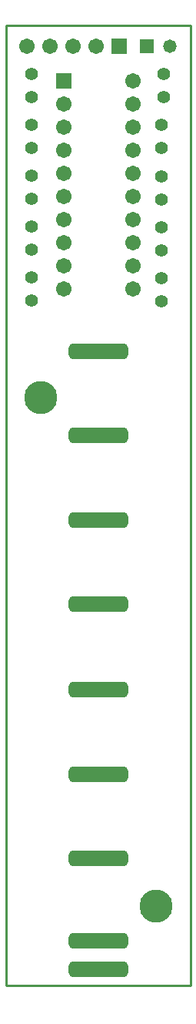
<source format=gts>
G04 Layer_Color=8388736*
%FSLAX25Y25*%
%MOIN*%
G70*
G01*
G75*
%ADD10C,0.01000*%
%ADD16C,0.14300*%
G04:AMPARAMS|DCode=23|XSize=258mil|YSize=68mil|CornerRadius=19mil|HoleSize=0mil|Usage=FLASHONLY|Rotation=180.000|XOffset=0mil|YOffset=0mil|HoleType=Round|Shape=RoundedRectangle|*
%AMROUNDEDRECTD23*
21,1,0.25800,0.03000,0,0,180.0*
21,1,0.22000,0.06800,0,0,180.0*
1,1,0.03800,-0.11000,0.01500*
1,1,0.03800,0.11000,0.01500*
1,1,0.03800,0.11000,-0.01500*
1,1,0.03800,-0.11000,-0.01500*
%
%ADD23ROUNDEDRECTD23*%
%ADD24C,0.05800*%
G04:AMPARAMS|DCode=25|XSize=63.12mil|YSize=63.12mil|CornerRadius=10.89mil|HoleSize=0mil|Usage=FLASHONLY|Rotation=0.000|XOffset=0mil|YOffset=0mil|HoleType=Round|Shape=RoundedRectangle|*
%AMROUNDEDRECTD25*
21,1,0.06312,0.04134,0,0,0.0*
21,1,0.04134,0.06312,0,0,0.0*
1,1,0.02178,0.02067,-0.02067*
1,1,0.02178,-0.02067,-0.02067*
1,1,0.02178,-0.02067,0.02067*
1,1,0.02178,0.02067,0.02067*
%
%ADD25ROUNDEDRECTD25*%
%ADD26C,0.05524*%
%ADD27C,0.06706*%
%ADD28R,0.06706X0.06706*%
%ADD29C,0.06706*%
%ADD30R,0.06706X0.06706*%
D10*
X210000Y698500D02*
X290000D01*
Y283000D02*
Y698500D01*
X210000Y283000D02*
Y698500D01*
Y283000D02*
X290000D01*
D16*
X275000Y317500D02*
D03*
X225000Y537500D02*
D03*
D23*
X250000Y290000D02*
D03*
Y302500D02*
D03*
Y338000D02*
D03*
Y374500D02*
D03*
Y411000D02*
D03*
Y448000D02*
D03*
Y484500D02*
D03*
Y521000D02*
D03*
Y557500D02*
D03*
D24*
X281000Y689500D02*
D03*
D25*
X271000D02*
D03*
D26*
X277500Y579000D02*
D03*
Y589000D02*
D03*
Y655500D02*
D03*
Y645500D02*
D03*
Y633000D02*
D03*
Y623000D02*
D03*
Y601000D02*
D03*
Y611000D02*
D03*
X221000Y601500D02*
D03*
Y611500D02*
D03*
Y633500D02*
D03*
Y623500D02*
D03*
Y655500D02*
D03*
Y645500D02*
D03*
Y579500D02*
D03*
Y589500D02*
D03*
Y667500D02*
D03*
Y677500D02*
D03*
X278500D02*
D03*
Y667500D02*
D03*
D27*
X219000Y689500D02*
D03*
X229000D02*
D03*
X239000D02*
D03*
X249000D02*
D03*
D28*
X259000D02*
D03*
D29*
X265000Y604500D02*
D03*
Y614500D02*
D03*
Y624500D02*
D03*
Y634500D02*
D03*
Y644500D02*
D03*
Y654500D02*
D03*
Y664500D02*
D03*
Y674500D02*
D03*
X235000Y664500D02*
D03*
Y654500D02*
D03*
Y644500D02*
D03*
Y634500D02*
D03*
Y624500D02*
D03*
Y614500D02*
D03*
Y604500D02*
D03*
X265000Y594500D02*
D03*
X235000D02*
D03*
X265000Y584500D02*
D03*
X235000D02*
D03*
D30*
Y674500D02*
D03*
M02*

</source>
